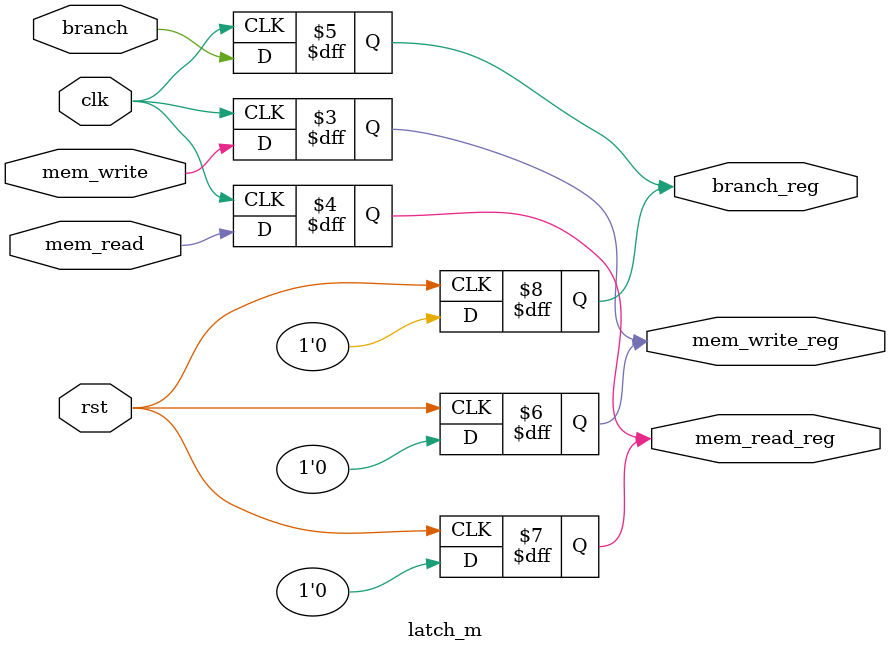
<source format=v>
`timescale 1ns / 1ps
module latch_m(
	 input clk,
	 input rst,
    input mem_write,
    input mem_read,
    input branch,
    output reg mem_write_reg,
    output reg mem_read_reg,
    output reg branch_reg
    );

	always @(posedge rst) begin
		mem_write_reg	<= 0;
		mem_read_reg 	<= 0;
		branch_reg 		<= 0;
	end	

	always @(posedge clk) begin
		mem_write_reg	<= mem_write;
		mem_read_reg 	<= mem_read;
		branch_reg 		<= branch;
	end	
endmodule

</source>
